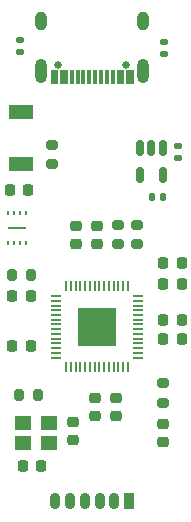
<source format=gbr>
%TF.GenerationSoftware,KiCad,Pcbnew,(6.0.8-1)-1*%
%TF.CreationDate,2022-11-02T17:39:45+08:00*%
%TF.ProjectId,RP-Link,52502d4c-696e-46b2-9e6b-696361645f70,rev?*%
%TF.SameCoordinates,Original*%
%TF.FileFunction,Soldermask,Top*%
%TF.FilePolarity,Negative*%
%FSLAX46Y46*%
G04 Gerber Fmt 4.6, Leading zero omitted, Abs format (unit mm)*
G04 Created by KiCad (PCBNEW (6.0.8-1)-1) date 2022-11-02 17:39:45*
%MOMM*%
%LPD*%
G01*
G04 APERTURE LIST*
G04 Aperture macros list*
%AMRoundRect*
0 Rectangle with rounded corners*
0 $1 Rounding radius*
0 $2 $3 $4 $5 $6 $7 $8 $9 X,Y pos of 4 corners*
0 Add a 4 corners polygon primitive as box body*
4,1,4,$2,$3,$4,$5,$6,$7,$8,$9,$2,$3,0*
0 Add four circle primitives for the rounded corners*
1,1,$1+$1,$2,$3*
1,1,$1+$1,$4,$5*
1,1,$1+$1,$6,$7*
1,1,$1+$1,$8,$9*
0 Add four rect primitives between the rounded corners*
20,1,$1+$1,$2,$3,$4,$5,0*
20,1,$1+$1,$4,$5,$6,$7,0*
20,1,$1+$1,$6,$7,$8,$9,0*
20,1,$1+$1,$8,$9,$2,$3,0*%
%AMOutline5P*
0 Free polygon, 5 corners , with rotation*
0 The origin of the aperture is its center*
0 number of corners: always 5*
0 $1 to $10 corner X, Y*
0 $11 Rotation angle, in degrees counterclockwise*
0 create outline with 5 corners*
4,1,5,$1,$2,$3,$4,$5,$6,$7,$8,$9,$10,$1,$2,$11*%
%AMOutline6P*
0 Free polygon, 6 corners , with rotation*
0 The origin of the aperture is its center*
0 number of corners: always 6*
0 $1 to $12 corner X, Y*
0 $13 Rotation angle, in degrees counterclockwise*
0 create outline with 6 corners*
4,1,6,$1,$2,$3,$4,$5,$6,$7,$8,$9,$10,$11,$12,$1,$2,$13*%
%AMOutline7P*
0 Free polygon, 7 corners , with rotation*
0 The origin of the aperture is its center*
0 number of corners: always 7*
0 $1 to $14 corner X, Y*
0 $15 Rotation angle, in degrees counterclockwise*
0 create outline with 7 corners*
4,1,7,$1,$2,$3,$4,$5,$6,$7,$8,$9,$10,$11,$12,$13,$14,$1,$2,$15*%
%AMOutline8P*
0 Free polygon, 8 corners , with rotation*
0 The origin of the aperture is its center*
0 number of corners: always 8*
0 $1 to $16 corner X, Y*
0 $17 Rotation angle, in degrees counterclockwise*
0 create outline with 8 corners*
4,1,8,$1,$2,$3,$4,$5,$6,$7,$8,$9,$10,$11,$12,$13,$14,$15,$16,$1,$2,$17*%
G04 Aperture macros list end*
%ADD10RoundRect,0.135000X-0.185000X0.135000X-0.185000X-0.135000X0.185000X-0.135000X0.185000X0.135000X0*%
%ADD11RoundRect,0.200000X-0.200000X-0.275000X0.200000X-0.275000X0.200000X0.275000X-0.200000X0.275000X0*%
%ADD12R,1.400000X1.200000*%
%ADD13R,0.250000X0.450000*%
%ADD14Outline5P,-0.100000X0.700000X0.000000X0.800000X0.100000X0.800000X0.100000X-0.800000X-0.100000X-0.800000X90.000000*%
%ADD15RoundRect,0.225000X0.225000X0.250000X-0.225000X0.250000X-0.225000X-0.250000X0.225000X-0.250000X0*%
%ADD16RoundRect,0.140000X0.140000X0.170000X-0.140000X0.170000X-0.140000X-0.170000X0.140000X-0.170000X0*%
%ADD17RoundRect,0.150000X-0.150000X0.512500X-0.150000X-0.512500X0.150000X-0.512500X0.150000X0.512500X0*%
%ADD18RoundRect,0.200000X-0.275000X0.200000X-0.275000X-0.200000X0.275000X-0.200000X0.275000X0.200000X0*%
%ADD19RoundRect,0.225000X-0.250000X0.225000X-0.250000X-0.225000X0.250000X-0.225000X0.250000X0.225000X0*%
%ADD20RoundRect,0.225000X-0.225000X-0.250000X0.225000X-0.250000X0.225000X0.250000X-0.225000X0.250000X0*%
%ADD21RoundRect,0.225000X0.250000X-0.225000X0.250000X0.225000X-0.250000X0.225000X-0.250000X-0.225000X0*%
%ADD22RoundRect,0.225000X0.225000X0.475000X-0.225000X0.475000X-0.225000X-0.475000X0.225000X-0.475000X0*%
%ADD23O,0.900000X1.400000*%
%ADD24R,2.000000X1.200000*%
%ADD25RoundRect,0.140000X-0.170000X0.140000X-0.170000X-0.140000X0.170000X-0.140000X0.170000X0.140000X0*%
%ADD26RoundRect,0.218750X0.256250X-0.218750X0.256250X0.218750X-0.256250X0.218750X-0.256250X-0.218750X0*%
%ADD27RoundRect,0.050000X-0.387500X-0.050000X0.387500X-0.050000X0.387500X0.050000X-0.387500X0.050000X0*%
%ADD28RoundRect,0.050000X-0.050000X-0.387500X0.050000X-0.387500X0.050000X0.387500X-0.050000X0.387500X0*%
%ADD29R,3.200000X3.200000*%
%ADD30C,0.650000*%
%ADD31R,0.300000X1.150000*%
%ADD32O,1.000000X2.100000*%
%ADD33O,1.000000X1.600000*%
G04 APERTURE END LIST*
D10*
%TO.C,R2*%
X130650000Y-68890000D03*
X130650000Y-69910000D03*
%TD*%
D11*
%TO.C,R5*%
X118375000Y-98800000D03*
X120025000Y-98800000D03*
%TD*%
D12*
%TO.C,Y1*%
X118700000Y-102850000D03*
X120900000Y-102850000D03*
X120900000Y-101150000D03*
X118700000Y-101150000D03*
%TD*%
D13*
%TO.C,U1*%
X117450000Y-85875000D03*
X117950000Y-85875000D03*
X118450000Y-85875000D03*
X118950000Y-85875000D03*
X118950000Y-83325000D03*
X118450000Y-83325000D03*
X117950000Y-83325000D03*
X117450000Y-83325000D03*
D14*
X118200000Y-84600000D03*
%TD*%
D15*
%TO.C,C12*%
X119375000Y-94600000D03*
X117825000Y-94600000D03*
%TD*%
D16*
%TO.C,C4*%
X130580000Y-82000000D03*
X129620000Y-82000000D03*
%TD*%
D10*
%TO.C,R3*%
X118450000Y-68690000D03*
X118450000Y-69710000D03*
%TD*%
D17*
%TO.C,U2*%
X130550000Y-77862500D03*
X129600000Y-77862500D03*
X128650000Y-77862500D03*
X128650000Y-80137500D03*
X130550000Y-80137500D03*
%TD*%
D18*
%TO.C,R1*%
X121200000Y-77595000D03*
X121200000Y-79245000D03*
%TD*%
D19*
%TO.C,C9*%
X124800000Y-99025000D03*
X124800000Y-100575000D03*
%TD*%
D15*
%TO.C,C2*%
X120275000Y-104800000D03*
X118725000Y-104800000D03*
%TD*%
D20*
%TO.C,C10*%
X130625000Y-92400000D03*
X132175000Y-92400000D03*
%TD*%
%TO.C,C14*%
X130625000Y-89400000D03*
X132175000Y-89400000D03*
%TD*%
D21*
%TO.C,C1*%
X123000000Y-102575000D03*
X123000000Y-101025000D03*
%TD*%
D15*
%TO.C,C13*%
X119375000Y-90400000D03*
X117825000Y-90400000D03*
%TD*%
D22*
%TO.C,J2*%
X127725000Y-107767500D03*
D23*
X126475000Y-107767500D03*
X125225000Y-107767500D03*
X123975000Y-107767500D03*
X122725000Y-107767500D03*
X121475000Y-107767500D03*
%TD*%
D21*
%TO.C,C7*%
X125000000Y-85975000D03*
X125000000Y-84425000D03*
%TD*%
D20*
%TO.C,C15*%
X130625000Y-87600000D03*
X132175000Y-87600000D03*
%TD*%
D19*
%TO.C,C6*%
X126600000Y-99025000D03*
X126600000Y-100575000D03*
%TD*%
D24*
%TO.C,SW1*%
X118600000Y-79200000D03*
X118600000Y-74800000D03*
%TD*%
D20*
%TO.C,C11*%
X130625000Y-94000000D03*
X132175000Y-94000000D03*
%TD*%
D18*
%TO.C,R7*%
X128400000Y-84375000D03*
X128400000Y-86025000D03*
%TD*%
D25*
%TO.C,C3*%
X131900000Y-77720000D03*
X131900000Y-78680000D03*
%TD*%
D26*
%TO.C,D1*%
X130600000Y-102787500D03*
X130600000Y-101212500D03*
%TD*%
D18*
%TO.C,R8*%
X130600000Y-97775000D03*
X130600000Y-99425000D03*
%TD*%
D27*
%TO.C,U3*%
X121562500Y-90400000D03*
X121562500Y-90800000D03*
X121562500Y-91200000D03*
X121562500Y-91600000D03*
X121562500Y-92000000D03*
X121562500Y-92400000D03*
X121562500Y-92800000D03*
X121562500Y-93200000D03*
X121562500Y-93600000D03*
X121562500Y-94000000D03*
X121562500Y-94400000D03*
X121562500Y-94800000D03*
X121562500Y-95200000D03*
X121562500Y-95600000D03*
D28*
X122400000Y-96437500D03*
X122800000Y-96437500D03*
X123200000Y-96437500D03*
X123600000Y-96437500D03*
X124000000Y-96437500D03*
X124400000Y-96437500D03*
X124800000Y-96437500D03*
X125200000Y-96437500D03*
X125600000Y-96437500D03*
X126000000Y-96437500D03*
X126400000Y-96437500D03*
X126800000Y-96437500D03*
X127200000Y-96437500D03*
X127600000Y-96437500D03*
D27*
X128437500Y-95600000D03*
X128437500Y-95200000D03*
X128437500Y-94800000D03*
X128437500Y-94400000D03*
X128437500Y-94000000D03*
X128437500Y-93600000D03*
X128437500Y-93200000D03*
X128437500Y-92800000D03*
X128437500Y-92400000D03*
X128437500Y-92000000D03*
X128437500Y-91600000D03*
X128437500Y-91200000D03*
X128437500Y-90800000D03*
X128437500Y-90400000D03*
D28*
X127600000Y-89562500D03*
X127200000Y-89562500D03*
X126800000Y-89562500D03*
X126400000Y-89562500D03*
X126000000Y-89562500D03*
X125600000Y-89562500D03*
X125200000Y-89562500D03*
X124800000Y-89562500D03*
X124400000Y-89562500D03*
X124000000Y-89562500D03*
X123600000Y-89562500D03*
X123200000Y-89562500D03*
X122800000Y-89562500D03*
X122400000Y-89562500D03*
D29*
X125000000Y-93000000D03*
%TD*%
D18*
%TO.C,R6*%
X126800000Y-84375000D03*
X126800000Y-86025000D03*
%TD*%
D21*
%TO.C,C8*%
X123200000Y-85975000D03*
X123200000Y-84425000D03*
%TD*%
D30*
%TO.C,J1*%
X127490000Y-70805000D03*
X121710000Y-70805000D03*
D31*
X127950000Y-71870000D03*
X127150000Y-71870000D03*
X125850000Y-71870000D03*
X124850000Y-71870000D03*
X124350000Y-71870000D03*
X123350000Y-71870000D03*
X122050000Y-71870000D03*
X121250000Y-71870000D03*
X121550000Y-71870000D03*
X122350000Y-71870000D03*
X122850000Y-71870000D03*
X123850000Y-71870000D03*
X125350000Y-71870000D03*
X126350000Y-71870000D03*
X126850000Y-71870000D03*
X127650000Y-71870000D03*
D32*
X120280000Y-71305000D03*
D33*
X120280000Y-67125000D03*
D32*
X128920000Y-71305000D03*
D33*
X128920000Y-67125000D03*
%TD*%
D20*
%TO.C,C5*%
X117625000Y-81400000D03*
X119175000Y-81400000D03*
%TD*%
D11*
%TO.C,R4*%
X117775000Y-88600000D03*
X119425000Y-88600000D03*
%TD*%
M02*

</source>
